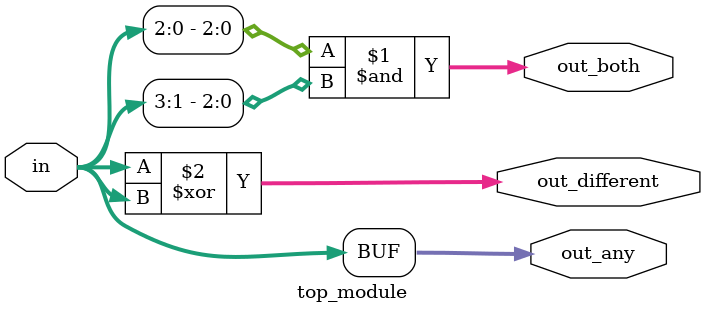
<source format=sv>
module top_module (
  input [3:0] in,
  output [2:0] out_both,
  output [3:0] out_any,
  output [3:0] out_different
);

  assign out_both = in[2:0] & in[3:1];
  assign out_any = in[3:0];
  assign out_different = in ^ {in[3:1], in[0]};

endmodule

</source>
